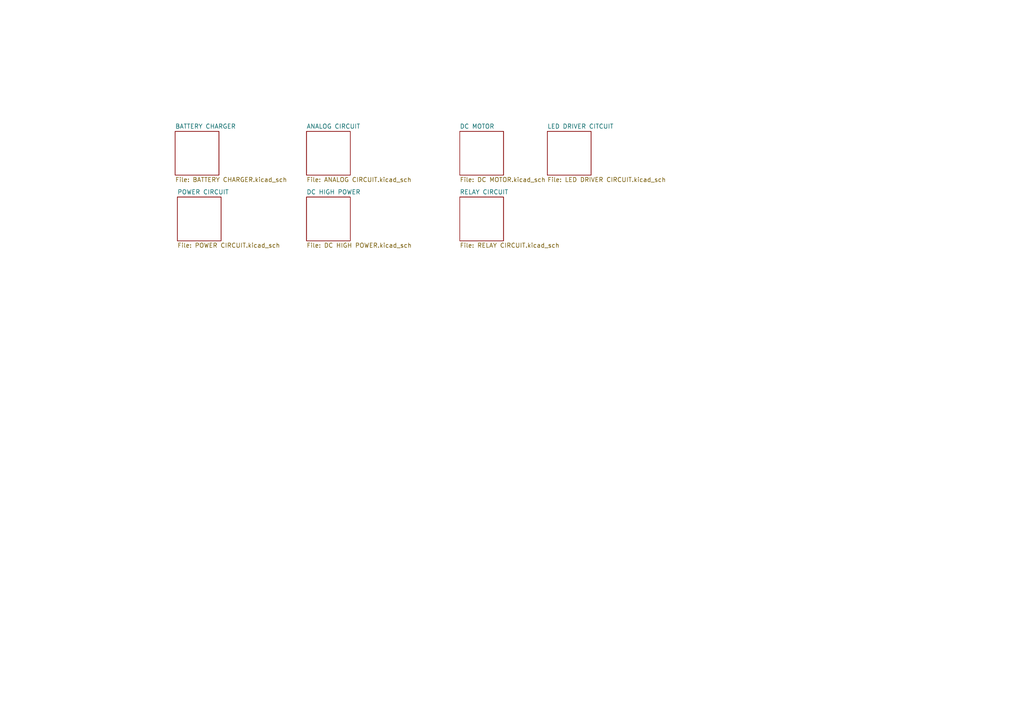
<source format=kicad_sch>
(kicad_sch
	(version 20231120)
	(generator "eeschema")
	(generator_version "8.0")
	(uuid "263c633b-cb41-45d2-880d-6a8f280a113b")
	(paper "A4")
	(lib_symbols)
	(sheet
		(at 88.9 38.1)
		(size 12.7 12.7)
		(fields_autoplaced yes)
		(stroke
			(width 0.1524)
			(type solid)
		)
		(fill
			(color 0 0 0 0.0000)
		)
		(uuid "2d734f6c-f540-4f31-89fd-d7bae643b30d")
		(property "Sheetname" "ANALOG CIRCUIT"
			(at 88.9 37.3884 0)
			(effects
				(font
					(size 1.27 1.27)
				)
				(justify left bottom)
			)
		)
		(property "Sheetfile" "ANALOG CIRCUIT.kicad_sch"
			(at 88.9 51.3846 0)
			(effects
				(font
					(size 1.27 1.27)
				)
				(justify left top)
			)
		)
		(instances
			(project "PCB_FINAL_UPDATED"
				(path "/263c633b-cb41-45d2-880d-6a8f280a113b"
					(page "4")
				)
			)
		)
	)
	(sheet
		(at 50.8 38.1)
		(size 12.7 12.7)
		(fields_autoplaced yes)
		(stroke
			(width 0.1524)
			(type solid)
		)
		(fill
			(color 0 0 0 0.0000)
		)
		(uuid "630f623c-34a1-4e73-8b63-21d8cc0da513")
		(property "Sheetname" "BATTERY CHARGER"
			(at 50.8 37.3884 0)
			(effects
				(font
					(size 1.27 1.27)
				)
				(justify left bottom)
			)
		)
		(property "Sheetfile" "BATTERY CHARGER.kicad_sch"
			(at 50.8 51.3846 0)
			(effects
				(font
					(size 1.27 1.27)
				)
				(justify left top)
			)
		)
		(instances
			(project "PCB_FINAL_UPDATED"
				(path "/263c633b-cb41-45d2-880d-6a8f280a113b"
					(page "3")
				)
			)
		)
	)
	(sheet
		(at 158.75 38.1)
		(size 12.7 12.7)
		(fields_autoplaced yes)
		(stroke
			(width 0.1524)
			(type solid)
		)
		(fill
			(color 0 0 0 0.0000)
		)
		(uuid "684b1f49-b941-4a74-a4ac-fb1e4f87a10d")
		(property "Sheetname" "LED DRIVER CITCUIT"
			(at 158.75 37.3884 0)
			(effects
				(font
					(size 1.27 1.27)
				)
				(justify left bottom)
			)
		)
		(property "Sheetfile" "LED DRIVER CIRCUIT.kicad_sch"
			(at 158.75 51.3846 0)
			(effects
				(font
					(size 1.27 1.27)
				)
				(justify left top)
			)
		)
		(instances
			(project "PCB_FINAL_UPDATED"
				(path "/263c633b-cb41-45d2-880d-6a8f280a113b"
					(page "8")
				)
			)
		)
	)
	(sheet
		(at 51.435 57.15)
		(size 12.7 12.7)
		(fields_autoplaced yes)
		(stroke
			(width 0.1524)
			(type solid)
		)
		(fill
			(color 0 0 0 0.0000)
		)
		(uuid "74cff76b-7957-4207-adc0-c51886b7f381")
		(property "Sheetname" "POWER CIRCUIT"
			(at 51.435 56.4384 0)
			(effects
				(font
					(size 1.27 1.27)
				)
				(justify left bottom)
			)
		)
		(property "Sheetfile" "POWER CIRCUIT.kicad_sch"
			(at 51.435 70.4346 0)
			(effects
				(font
					(size 1.27 1.27)
				)
				(justify left top)
			)
		)
		(instances
			(project "PCB_FINAL_UPDATED"
				(path "/263c633b-cb41-45d2-880d-6a8f280a113b"
					(page "2")
				)
			)
		)
	)
	(sheet
		(at 133.35 57.15)
		(size 12.7 12.7)
		(fields_autoplaced yes)
		(stroke
			(width 0.1524)
			(type solid)
		)
		(fill
			(color 0 0 0 0.0000)
		)
		(uuid "8ad78e57-dfe6-4c7b-a710-a0c424359c59")
		(property "Sheetname" "RELAY CIRCUIT"
			(at 133.35 56.4384 0)
			(effects
				(font
					(size 1.27 1.27)
				)
				(justify left bottom)
			)
		)
		(property "Sheetfile" "RELAY CIRCUIT.kicad_sch"
			(at 133.35 70.4346 0)
			(effects
				(font
					(size 1.27 1.27)
				)
				(justify left top)
			)
		)
		(instances
			(project "PCB_FINAL_UPDATED"
				(path "/263c633b-cb41-45d2-880d-6a8f280a113b"
					(page "7")
				)
			)
		)
	)
	(sheet
		(at 133.35 38.1)
		(size 12.7 12.7)
		(fields_autoplaced yes)
		(stroke
			(width 0.1524)
			(type solid)
		)
		(fill
			(color 0 0 0 0.0000)
		)
		(uuid "a2054e65-46fd-4081-b8ba-aceae81d8201")
		(property "Sheetname" "DC MOTOR"
			(at 133.35 37.3884 0)
			(effects
				(font
					(size 1.27 1.27)
				)
				(justify left bottom)
			)
		)
		(property "Sheetfile" "DC MOTOR.kicad_sch"
			(at 133.35 51.3846 0)
			(effects
				(font
					(size 1.27 1.27)
				)
				(justify left top)
			)
		)
		(instances
			(project "PCB_FINAL_UPDATED"
				(path "/263c633b-cb41-45d2-880d-6a8f280a113b"
					(page "6")
				)
			)
		)
	)
	(sheet
		(at 88.9 57.15)
		(size 12.7 12.7)
		(fields_autoplaced yes)
		(stroke
			(width 0.1524)
			(type solid)
		)
		(fill
			(color 0 0 0 0.0000)
		)
		(uuid "fa0237ee-2efd-4003-8916-bc3cd42fa665")
		(property "Sheetname" "DC HIGH POWER"
			(at 88.9 56.4384 0)
			(effects
				(font
					(size 1.27 1.27)
				)
				(justify left bottom)
			)
		)
		(property "Sheetfile" "DC HIGH POWER.kicad_sch"
			(at 88.9 70.4346 0)
			(effects
				(font
					(size 1.27 1.27)
				)
				(justify left top)
			)
		)
		(instances
			(project "PCB_FINAL_UPDATED"
				(path "/263c633b-cb41-45d2-880d-6a8f280a113b"
					(page "5")
				)
			)
		)
	)
	(sheet_instances
		(path "/"
			(page "1")
		)
	)
)

</source>
